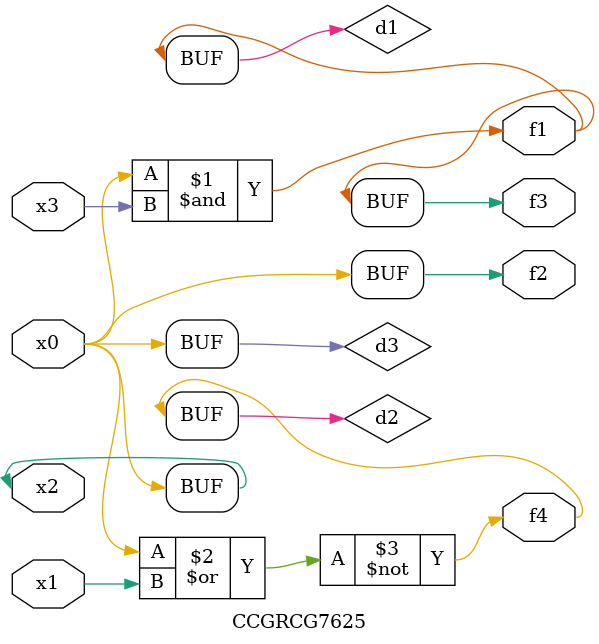
<source format=v>
module CCGRCG7625(
	input x0, x1, x2, x3,
	output f1, f2, f3, f4
);

	wire d1, d2, d3;

	and (d1, x2, x3);
	nor (d2, x0, x1);
	buf (d3, x0, x2);
	assign f1 = d1;
	assign f2 = d3;
	assign f3 = d1;
	assign f4 = d2;
endmodule

</source>
